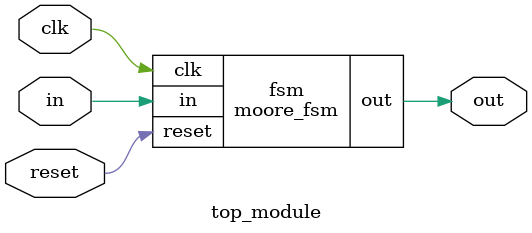
<source format=sv>
module moore_fsm (
    input wire clk,
    input wire in,
    input wire reset,
    output wire out
);

    reg [1:0] state, next_state;

    parameter A = 2'b00, B = 2'b01, C = 2'b10, D = 2'b11;

    always @(posedge clk or posedge reset) begin
        if (reset)
            state <= A;
        else
            state <= next_state;
    end

    always @* begin
        case (state)
            A: begin
                if (in == 0)
                    next_state = A;
                else
                    next_state = B;
                out = 0;
            end
            B: begin
                if (in == 0)
                    next_state = C;
                else
                    next_state = B;
                out = 0;
            end
            C: begin
                if (in == 0)
                    next_state = A;
                else
                    next_state = D;
                out = 0;
            end
            D: begin
                if (in == 0)
                    next_state = C;
                else
                    next_state = B;
                out = 1;
            end
            default: begin
                next_state = A;
                out = 0;
            end
        endcase
    end

endmodule
module top_module (
    input clk,
    input in,
    input reset,
    output out
);

    moore_fsm fsm (
        .clk(clk),
        .in(in),
        .reset(reset),
        .out(out)
    );

endmodule

</source>
